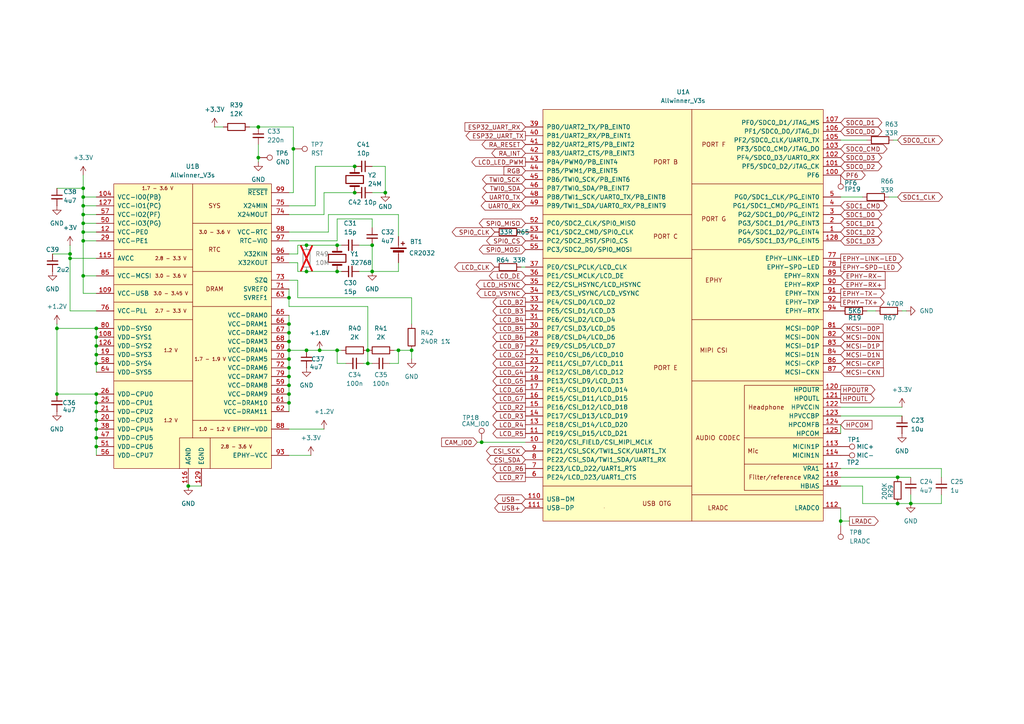
<source format=kicad_sch>
(kicad_sch (version 20250114) (generator "eeschema") (generator_version "9.0")
  (paper "A4")
  (title_block (title "V3s_Dev_Board") (date "2025/2026") (rev "A") (company "jakub.kmiecik@protonmail.com"))
  (lib_symbols
    (symbol "Allwinner_SiPs:Allwinner_V3s" (pin_names (offset 1.016))
      (property "Reference" "U" (at 0 69.85 0))
      (property "Value" "Allwinner_V3s" (at 0 67.31 0))
      (symbol "Allwinner_V3s_1_1"
        (text "USB OTG" (at -10.16 -53.34 0) (effects (font (size 1.27 1.27))))
        (text "PORT B" (at -7.62 45.72 0) (effects (font (size 1.27 1.27))))
        (text "PORT C" (at -7.62 24.13 0) (effects (font (size 1.27 1.27))))
        (text "PORT E" (at -7.62 -13.97 0) (effects (font (size 1.27 1.27))))
        (text "PORT F" (at 6.35 50.8 0) (effects (font (size 1.27 1.27))))
        (text "PORT G" (at 6.35 29.21 0) (effects (font (size 1.27 1.27))))
        (text "EPHY" (at 6.35 11.43 0) (effects (font (size 1.27 1.27))))
        (text "MIPI CSI" (at 6.35 -8.89 0) (effects (font (size 1.27 1.27))))
        (text "AUDIO CODEC" (at 7.62 -34.29 0) (effects (font (size 1.27 1.27))))
        (text "LRADC" (at 7.62 -54.61 0) (effects (font (size 1.27 1.27))))
        (text "Mic" (at 17.78 -38.1 0) (effects (font (size 1.27 1.27))))
        (text "Headphone" (at 21.59 -25.4 0) (effects (font (size 1.27 1.27))))
        (text "Filter/reference" (at 24.13 -45.72 0) (effects (font (size 1.27 1.27))))
        (pin bidirectional line (at -48.26 55.88 0) (length 5.08) (name "PB0/UART2_TX/PB_EINT0") (number "39"))
        (pin bidirectional line (at -48.26 53.34 0) (length 5.08) (name "PB1/UART2_RX/PB_EINT1") (number "40"))
        (pin bidirectional line (at -48.26 50.8 0) (length 5.08) (name "PB2/UART2_RTS/PB_EINT2") (number "41"))
        (pin bidirectional line (at -48.26 48.26 0) (length 5.08) (name "PB3/UART2_CTS/PB_EINT3") (number "42"))
        (pin bidirectional line (at -48.26 45.72 0) (length 5.08) (name "PB4/PWM0/PB_EINT4") (number "43"))
        (pin bidirectional line (at -48.26 43.18 0) (length 5.08) (name "PB5/PWM1/PB_EINT5") (number "44"))
        (pin bidirectional line (at -48.26 40.64 0) (length 5.08) (name "PB6/TWI0_SCK/PB_EINT6") (number "45"))
        (pin bidirectional line (at -48.26 38.1 0) (length 5.08) (name "PB7/TWI0_SDA/PB_EINT7") (number "46"))
        (pin bidirectional line (at -48.26 35.56 0) (length 5.08) (name "PB8/TWI1_SCK/UART0_TX/PB_EINT8") (number "48"))
        (pin bidirectional line (at -48.26 33.02 0) (length 5.08) (name "PB9/TWI1_SDA/UART0_RX/PB_EINT9") (number "49"))
        (pin bidirectional line (at -48.26 27.94 0) (length 5.08) (name "PC0/SDC2_CLK/SPI0_MISO") (number "52"))
        (pin bidirectional line (at -48.26 25.4 0) (length 5.08) (name "PC1/SDC2_CMD/SPI0_CLK") (number "53"))
        (pin bidirectional line (at -48.26 22.86 0) (length 5.08) (name "PC2/SDC2_RST/SPI0_CS") (number "54"))
        (pin bidirectional line (at -48.26 20.32 0) (length 5.08) (name "PC3/SDC2_D0/SPI0_MOSI") (number "55"))
        (pin bidirectional line (at -48.26 15.24 0) (length 5.08) (name "PE0/CSI_PCLK/LCD_CLK") (number "37"))
        (pin bidirectional line (at -48.26 12.7 0) (length 5.08) (name "PE1/CSI_MCLK/LCD_DE") (number "36"))
        (pin bidirectional line (at -48.26 10.16 0) (length 5.08) (name "PE2/CSI_HSYNC/LCD_HSYNC") (number "35"))
        (pin bidirectional line (at -48.26 7.62 0) (length 5.08) (name "PE3/CSI_VSYNC/LCD_VSYNC") (number "34"))
        (pin bidirectional line (at -48.26 5.08 0) (length 5.08) (name "PE4/CSI_D0/LCD_D2") (number "33"))
        (pin bidirectional line (at -48.26 2.54 0) (length 5.08) (name "PE5/CSI_D1/LCD_D3") (number "32"))
        (pin bidirectional line (at -48.26 0 0) (length 5.08) (name "PE6/CSI_D2/LCD_D4") (number "31"))
        (pin bidirectional line (at -48.26 -2.54 0) (length 5.08) (name "PE7/CSI_D3/LCD_D5") (number "30"))
        (pin bidirectional line (at -48.26 -5.08 0) (length 5.08) (name "PE8/CSI_D4/LCD_D6") (number "28"))
        (pin bidirectional line (at -48.26 -7.62 0) (length 5.08) (name "PE9/CSI_D5/LCD_D7") (number "27"))
        (pin bidirectional line (at -48.26 -10.16 0) (length 5.08) (name "PE10/CSI_D6/LCD_D10") (number "24"))
        (pin bidirectional line (at -48.26 -12.7 0) (length 5.08) (name "PE11/CSI_D7/LCD_D11") (number "23"))
        (pin bidirectional line (at -48.26 -15.24 0) (length 5.08) (name "PE12/CSI_D8/LCD_D12") (number "22"))
        (pin bidirectional line (at -48.26 -17.78 0) (length 5.08) (name "PE13/CSI_D9/LCD_D13") (number "18"))
        (pin bidirectional line (at -48.26 -20.32 0) (length 5.08) (name "PE14/CSI_D10/LCD_D14") (number "17"))
        (pin bidirectional line (at -48.26 -22.86 0) (length 5.08) (name "PE15/CSI_D11/LCD_D15") (number "16"))
        (pin bidirectional line (at -48.26 -25.4 0) (length 5.08) (name "PE16/CSI_D12/LCD_D18") (number "15"))
        (pin bidirectional line (at -48.26 -27.94 0) (length 5.08) (name "PE17/CSI_D13/LCD_D19") (number "14"))
        (pin bidirectional line (at -48.26 -30.48 0) (length 5.08) (name "PE18/CSI_D14/LCD_D20") (number "13"))
        (pin bidirectional line (at -48.26 -33.02 0) (length 5.08) (name "PE19/CSI_D15/LCD_D21") (number "11"))
        (pin bidirectional line (at -48.26 -35.56 0) (length 5.08) (name "PE20/CSI_FIELD/CSI_MIPI_MCLK") (number "10"))
        (pin bidirectional line (at -48.26 -38.1 0) (length 5.08) (name "PE21/CSI_SCK/TWI1_SCK/UART1_TX") (number "9"))
        (pin bidirectional line (at -48.26 -40.64 0) (length 5.08) (name "PE22/CSI_SDA/TWI1_SDA/UART1_RX") (number "8"))
        (pin bidirectional line (at -48.26 -43.18 0) (length 5.08) (name "PE23/LCD_D22/UART1_RTS") (number "7"))
        (pin bidirectional line (at -48.26 -45.72 0) (length 5.08) (name "PE24/LCD_D23/UART1_CTS") (number "6"))
        (pin bidirectional line (at -48.26 -52.07 0) (length 5.08) (name "USB-DM") (number "110"))
        (pin bidirectional line (at -48.26 -54.61 0) (length 5.08) (name "USB-DP") (number "111"))
        (pin bidirectional line (at 43.18 57.15 180) (length 5.08) (name "PF0/SDC0_D1/JTAG_MS") (number "107"))
        (pin bidirectional line (at 43.18 54.61 180) (length 5.08) (name "PF1/SDC0_D0/JTAG_DI") (number "106"))
        (pin bidirectional line (at 43.18 52.07 180) (length 5.08) (name "PF2/SDC0_CLK/UART0_TX") (number "105"))
        (pin bidirectional line (at 43.18 49.53 180) (length 5.08) (name "PF3/SDC0_CMD/JTAG_DO") (number "103"))
        (pin bidirectional line (at 43.18 46.99 180) (length 5.08) (name "PF4/SDC0_D3/UART0_RX") (number "102"))
        (pin bidirectional line (at 43.18 44.45 180) (length 5.08) (name "PF5/SDC0_D2/JTAG_CK") (number "101"))
        (pin bidirectional line (at 43.18 41.91 180) (length 5.08) (name "PF6") (number "100"))
        (pin bidirectional line (at 43.18 35.56 180) (length 5.08) (name "PG0/SDC1_CLK/PG_EINT0") (number "5"))
        (pin bidirectional line (at 43.18 33.02 180) (length 5.08) (name "PG1/SDC1_CMD/PG_EINT1") (number "4"))
        (pin bidirectional line (at 43.18 30.48 180) (length 5.08) (name "PG2/SDC1_D0/PG_EINT2") (number "3"))
        (pin bidirectional line (at 43.18 27.94 180) (length 5.08) (name "PG3/SDC1_D1/PG_EINT3") (number "2"))
        (pin bidirectional line (at 43.18 25.4 180) (length 5.08) (name "PG4/SDC1_D2/PG_EINT4") (number "1"))
        (pin bidirectional line (at 43.18 22.86 180) (length 5.08) (name "PG5/SDC1_D3/PG_EINT5") (number "128"))
        (pin output line (at 43.18 17.78 180) (length 5.08) (name "EPHY-LINK-LED") (number "77"))
        (pin output line (at 43.18 15.24 180) (length 5.08) (name "EPHY-SPD-LED") (number "78"))
        (pin input line (at 43.18 12.7 180) (length 5.08) (name "EPHY-RXN") (number "89"))
        (pin input line (at 43.18 10.16 180) (length 5.08) (name "EPHY-RXP") (number "90"))
        (pin output line (at 43.18 7.62 180) (length 5.08) (name "EPHY-TXN") (number "91"))
        (pin output line (at 43.18 5.08 180) (length 5.08) (name "EPHY-TXP") (number "92"))
        (pin input line (at 43.18 2.54 180) (length 5.08) (name "EPHY-RTX") (number "94"))
        (pin input line (at 43.18 -2.54 180) (length 5.08) (name "MCSI-D0P") (number "81"))
        (pin input line (at 43.18 -5.08 180) (length 5.08) (name "MCSI-D0N") (number "82"))
        (pin input line (at 43.18 -7.62 180) (length 5.08) (name "MCSI-D1P") (number "83"))
        (pin input line (at 43.18 -10.16 180) (length 5.08) (name "MCSI-D1N") (number "84"))
        (pin input line (at 43.18 -12.7 180) (length 5.08) (name "MCSI-CKP") (number "86"))
        (pin input line (at 43.18 -15.24 180) (length 5.08) (name "MCSI-CKN") (number "87"))
        (pin output line (at 43.18 -20.32 180) (length 5.08) (name "HPOUTR") (number "120"))
        (pin output line (at 43.18 -22.86 180) (length 5.08) (name "HPOUTL") (number "121"))
        (pin power_in line (at 43.18 -25.4 180) (length 5.08) (name "HPVCCIN") (number "122"))
        (pin input line (at 43.18 -27.94 180) (length 5.08) (name "HPVCCBP") (number "123"))
        (pin input line (at 43.18 -30.48 180) (length 5.08) (name "HPCOMFB") (number "124"))
        (pin input line (at 43.18 -33.02 180) (length 5.08) (name "HPCOM") (number "125"))
        (pin input line (at 43.18 -36.83 180) (length 5.08) (name "MICIN1P") (number "113"))
        (pin input line (at 43.18 -39.37 180) (length 5.08) (name "MICIN1N") (number "114"))
        (pin input line (at 43.18 -43.18 180) (length 5.08) (name "VRA1") (number "117"))
        (pin input line (at 43.18 -45.72 180) (length 5.08) (name "VRA2") (number "118"))
        (pin input line (at 43.18 -48.26 180) (length 5.08) (name "HBIAS") (number "119"))
        (pin input line (at 43.18 -54.61 180) (length 5.08) (name "LRADC0") (number "112"))
      )
      (symbol "Allwinner_V3s_2_1"
        (text "1.7 - 3.6 V" (at -10.16 39.37 0) (effects (font (size 0.9906 0.9906))))
        (text "2.8 - 3.3 V" (at -6.35 19.05 0) (effects (font (size 0.9906 0.9906))))
        (text "3.0 - 3.6 V" (at -6.35 13.97 0) (effects (font (size 0.9906 0.9906))))
        (text "3.0 - 3.45 V" (at -6.35 8.89 0) (effects (font (size 0.9906 0.9906))))
        (text "2.7 - 3.3 V" (at -6.35 3.81 0) (effects (font (size 0.9906 0.9906))))
        (text "1.2 V" (at -6.35 -7.62 0) (effects (font (size 0.9906 0.9906))))
        (text "1.2 V" (at -6.35 -27.94 0) (effects (font (size 0.9906 0.9906))))
        (text "1.7 - 1.9 V" (at 5.08 -10.16 0) (effects (font (size 0.9906 0.9906))))
        (text "SYS" (at 6.35 34.29 0) (effects (font (size 1.27 1.27))))
        (text "3.0 - 3.6 V" (at 6.35 26.67 0) (effects (font (size 0.9906 0.9906))))
        (text "RTC" (at 6.35 21.59 0) (effects (font (size 1.27 1.27))))
        (text "DRAM" (at 6.35 10.16 0) (effects (font (size 1.27 1.27))))
        (text "1.0 - 1.2 V" (at 6.35 -30.48 0) (effects (font (size 0.9906 0.9906))))
        (text "2.8 - 3.6 V" (at 12.7 -35.56 0) (effects (font (size 0.9906 0.9906))))
        (pin power_in line (at -27.94 36.83 0) (length 5.08) (name "VCC-IO0(PB)") (number "104"))
        (pin power_in line (at -27.94 34.29 0) (length 5.08) (name "VCC-IO1(PC)") (number "127"))
        (pin power_in line (at -27.94 31.75 0) (length 5.08) (name "VCC-IO2(PF)") (number "57"))
        (pin power_in line (at -27.94 29.21 0) (length 5.08) (name "VCC-IO3(PG)") (number "50"))
        (pin power_in line (at -27.94 26.67 0) (length 5.08) (name "VCC-PE0") (number "12"))
        (pin power_in line (at -27.94 24.13 0) (length 5.08) (name "VCC-PE1") (number "29"))
        (pin power_in line (at -27.94 19.05 0) (length 5.08) (name "AVCC") (number "115"))
        (pin power_in line (at -27.94 13.97 0) (length 5.08) (name "VCC-MCSI") (number "85"))
        (pin power_in line (at -27.94 8.89 0) (length 5.08) (name "VCC-USB") (number "109"))
        (pin power_in line (at -27.94 3.81 0) (length 5.08) (name "VCC-PLL") (number "76"))
        (pin power_in line (at -27.94 -1.27 0) (length 5.08) (name "VDD-SYS0") (number "80"))
        (pin power_in line (at -27.94 -3.81 0) (length 5.08) (name "VDD-SYS1") (number "108"))
        (pin power_in line (at -27.94 -6.35 0) (length 5.08) (name "VDD-SYS2") (number "126"))
        (pin power_in line (at -27.94 -8.89 0) (length 5.08) (name "VDD-SYS3") (number "19"))
        (pin power_in line (at -27.94 -11.43 0) (length 5.08) (name "VDD-SYS4") (number "58"))
        (pin power_in line (at -27.94 -13.97 0) (length 5.08) (name "VDD-SYS5") (number "64"))
        (pin power_in line (at -27.94 -20.32 0) (length 5.08) (name "VDD-CPU0") (number "26"))
        (pin power_in line (at -27.94 -22.86 0) (length 5.08) (name "VDD-CPU1") (number "25"))
        (pin power_in line (at -27.94 -25.4 0) (length 5.08) (name "VDD-CPU2") (number "21"))
        (pin power_in line (at -27.94 -27.94 0) (length 5.08) (name "VDD-CPU3") (number "20"))
        (pin power_in line (at -27.94 -30.48 0) (length 5.08) (name "VDD-CPU4") (number "38"))
        (pin power_in line (at -27.94 -33.02 0) (length 5.08) (name "VDD-CPU5") (number "47"))
        (pin power_in line (at -27.94 -35.56 0) (length 5.08) (name "VDD-CPU6") (number "51"))
        (pin power_in line (at -27.94 -38.1 0) (length 5.08) (name "VDD-CPU7") (number "56"))
        (pin power_in line (at -1.27 -46.99 90) (length 5.08) (name "AGND") (number "116"))
        (pin power_in line (at 2.54 -46.99 90) (length 5.08) (name "EGND") (number "129"))
        (pin input line (at 27.94 38.1 180) (length 5.08) (name "~{RESET}") (number "99"))
        (pin input line (at 27.94 34.29 180) (length 5.08) (name "X24MIN") (number "75"))
        (pin output line (at 27.94 31.75 180) (length 5.08) (name "X24MOUT") (number "74"))
        (pin power_in line (at 27.94 26.67 180) (length 5.08) (name "VCC-RTC") (number "98"))
        (pin power_out line (at 27.94 24.13 180) (length 5.08) (name "RTC-VIO") (number "97"))
        (pin input line (at 27.94 20.32 180) (length 5.08) (name "X32KIN") (number "96"))
        (pin output line (at 27.94 17.78 180) (length 5.08) (name "X32KOUT") (number "95"))
        (pin input line (at 27.94 12.7 180) (length 5.08) (name "SZQ") (number "73"))
        (pin input line (at 27.94 10.16 180) (length 5.08) (name "SVREF0") (number "71"))
        (pin input line (at 27.94 7.62 180) (length 5.08) (name "SVREF1") (number "63"))
        (pin power_in line (at 27.94 2.54 180) (length 5.08) (name "VCC-DRAM0") (number "65"))
        (pin power_in line (at 27.94 0 180) (length 5.08) (name "VCC-DRAM1") (number "66"))
        (pin power_in line (at 27.94 -2.54 180) (length 5.08) (name "VCC-DRAM2") (number "67"))
        (pin power_in line (at 27.94 -5.08 180) (length 5.08) (name "VCC-DRAM3") (number "68"))
        (pin power_in line (at 27.94 -7.62 180) (length 5.08) (name "VCC-DRAM4") (number "69"))
        (pin power_in line (at 27.94 -10.16 180) (length 5.08) (name "VCC-DRAM5") (number "70"))
        (pin power_in line (at 27.94 -12.7 180) (length 5.08) (name "VCC-DRAM6") (number "72"))
        (pin power_in line (at 27.94 -15.24 180) (length 5.08) (name "VCC-DRAM7") (number "79"))
        (pin power_in line (at 27.94 -17.78 180) (length 5.08) (name "VCC-DRAM8") (number "59"))
        (pin power_in line (at 27.94 -20.32 180) (length 5.08) (name "VCC-DRAM9") (number "60"))
        (pin power_in line (at 27.94 -22.86 180) (length 5.08) (name "VCC-DRAM10") (number "61"))
        (pin power_in line (at 27.94 -25.4 180) (length 5.08) (name "VCC-DRAM11") (number "62"))
        (pin power_in line (at 27.94 -30.48 180) (length 5.08) (name "EPHY-VDD") (number "88"))
        (pin power_in line (at 27.94 -38.1 180) (length 5.08) (name "EPHY-VCC") (number "93"))
      )
    )
    (symbol "Connector:TestPoint" (pin_numbers (hide yes)) (pin_names (offset 0.762) (hide yes))
      (property "Reference" "TP" (at 0 6.858 0))
      (property "Value" "TestPoint" (at 0 5.08 0))
      (symbol "TestPoint_1_1"
        (pin passive line (at 0 0 90) (length 2.54) (name "1") (number "1"))
      )
    )
    (symbol "Crystal_1" (pin_numbers (hide yes)) (pin_names (offset 1.016) (hide yes))
      (property "Reference" "Y2" (at 1.2701 -3.81 90))
      (property "Value" "24M" (at -1.2699 -3.81 90))
      (symbol "Crystal_1_1_1"
        (pin passive line (at -3.81 0 0) (length 1.27) (name "1") (number "1"))
        (pin passive line (at 3.81 0 180) (length 1.27) (name "2") (number "2"))
      )
    )
    (symbol "Device:Battery_Cell" (pin_numbers (hide yes)) (pin_names (offset 0) (hide yes))
      (property "Reference" "BT1" (at 3.302 3.556 0))
      (property "Value" "CR2032" (at 3.048 0.254 0))
      (symbol "Battery_Cell_1_1"
        (pin power_out line (at 0 5.08 270) (length 2.54) (name "+") (number "1"))
        (pin passive line (at 0 -2.54 90) (length 2.54) (name "-") (number "2"))
      )
    )
    (symbol "Device:C_Small" (pin_numbers (hide yes)) (pin_names (offset 0.254) (hide yes))
      (property "Reference" "C" (at 0.254 1.778 0))
      (property "Value" "C_Small" (at 0.254 -2.032 0))
      (symbol "C_Small_1_1"
        (pin passive line (at 0 2.54 270) (length 2.032) (name "~") (number "1"))
        (pin passive line (at 0 -2.54 90) (length 2.032) (name "~") (number "2"))
      )
    )
    (symbol "Device:Crystal" (pin_numbers (hide yes)) (pin_names (offset 1.016) (hide yes))
      (property "Reference" "Y1" (at 1.2701 -3.81 90))
      (property "Value" "32768" (at -1.2699 -3.81 90))
      (symbol "Crystal_1_1"
        (pin passive line (at -3.81 0 0) (length 1.27) (name "1") (number "1"))
        (pin passive line (at 3.81 0 180) (length 1.27) (name "2") (number "4"))
      )
    )
    (symbol "Device:R" (pin_numbers (hide yes)) (pin_names (offset 0))
      (property "Reference" "R" (at 2.032 0 90))
      (property "Value" "R" (at 0 0 90))
      (symbol "R_1_1"
        (pin passive line (at 0 3.81 270) (length 1.27) (name "~") (number "1"))
        (pin passive line (at 0 -3.81 90) (length 1.27) (name "~") (number "2"))
      )
    )
    (symbol "power:+3.3V" (power) (pin_numbers (hide yes)) (pin_names (offset 0) (hide yes))
      (property "Value" "+3.3V" (at 0 3.556 0))
      (symbol "+3.3V_1_1"
        (pin power_in line (at 0 0 90) (length 0) (name "~") (number "1"))
      )
    )
    (symbol "power:GND" (power) (pin_numbers (hide yes)) (pin_names (offset 0) (hide yes))
      (property "Value" "GND" (at 0 -3.81 0))
      (symbol "GND_1_1"
        (pin power_in line (at 0 0 270) (length 0) (name "~") (number "1"))
      )
    )
  )
  (junction (at 24.13 80.01))
  (junction (at 139.7 128.27))
  (junction (at 83.82 93.98))
  (junction (at 115.57 101.6))
  (junction (at 16.51 95.25))
  (junction (at 83.82 99.06))
  (junction (at 83.82 116.84))
  (junction (at 106.68 105.41))
  (junction (at 24.13 64.77))
  (junction (at 20.32 73.66))
  (junction (at 88.9 71.12))
  (junction (at 27.94 114.3))
  (junction (at 83.82 96.52))
  (junction (at 27.94 121.92))
  (junction (at 24.13 57.15))
  (junction (at 54.61 140.97))
  (junction (at 27.94 105.41))
  (junction (at 85.09 43.18))
  (junction (at 107.95 78.74))
  (junction (at 24.13 67.31))
  (junction (at 27.94 102.87))
  (junction (at 83.82 101.6))
  (junction (at 27.94 124.46))
  (junction (at 111.76 55.88))
  (junction (at 83.82 109.22))
  (junction (at 24.13 54.61))
  (junction (at 102.87 48.26))
  (junction (at 88.9 78.74))
  (junction (at 88.9 101.6))
  (junction (at 27.94 97.79))
  (junction (at 83.82 106.68))
  (junction (at 83.82 86.36))
  (junction (at 27.94 127))
  (junction (at 97.79 78.74))
  (junction (at 27.94 100.33))
  (junction (at 260.35 146.05))
  (junction (at 27.94 119.38))
  (junction (at 83.82 104.14))
  (junction (at 106.68 101.6))
  (junction (at 74.93 36.83))
  (junction (at 264.16 146.05))
  (junction (at 74.93 45.72))
  (junction (at 27.94 116.84))
  (junction (at 102.87 55.88))
  (junction (at 16.51 114.3))
  (junction (at 97.79 101.6))
  (junction (at 243.84 151.13))
  (junction (at 97.79 71.12))
  (junction (at 24.13 59.69))
  (junction (at 83.82 111.76))
  (junction (at 27.94 129.54))
  (junction (at 92.71 101.6))
  (junction (at 20.32 74.93))
  (junction (at 107.95 71.12))
  (junction (at 27.94 95.25))
  (junction (at 83.82 114.3))
  (junction (at 24.13 62.23))
  (junction (at 260.35 138.43))
  (junction (at 24.13 69.85))
  (junction (at 119.38 101.6))
  (wire (pts (xy 24.13 67.31) (xy 24.13 64.77)))
  (wire (pts (xy 16.51 95.25) (xy 27.94 95.25)))
  (wire (pts (xy 264.16 146.05) (xy 273.05 146.05)))
  (wire (pts (xy 107.95 78.74) (xy 107.95 71.12)))
  (wire (pts (xy 27.94 116.84) (xy 27.94 119.38)))
  (wire (pts (xy 85.09 43.18) (xy 85.09 55.88)))
  (wire (pts (xy 264.16 146.05) (xy 264.16 143.51)))
  (wire (pts (xy 27.94 119.38) (xy 27.94 121.92)))
  (wire (pts (xy 27.94 105.41) (xy 27.94 107.95)))
  (wire (pts (xy 24.13 62.23) (xy 24.13 64.77)))
  (wire (pts (xy 27.94 127) (xy 27.94 129.54)))
  (wire (pts (xy 20.32 73.66) (xy 20.32 74.93)))
  (wire (pts (xy 251.46 40.64) (xy 243.84 40.64)))
  (wire (pts (xy 24.13 69.85) (xy 24.13 67.31)))
  (wire (pts (xy 24.13 69.85) (xy 24.13 80.01)))
  (wire (pts (xy 250.19 140.97) (xy 243.84 140.97)))
  (wire (pts (xy 64.77 36.83) (xy 62.23 36.83)))
  (wire (pts (xy 151.13 67.31) (xy 152.4 67.31)))
  (wire (pts (xy 83.82 109.22) (xy 83.82 106.68)))
  (wire (pts (xy 91.44 59.69) (xy 83.82 59.69)))
  (wire (pts (xy 83.82 116.84) (xy 83.82 114.3)))
  (wire (pts (xy 74.93 41.91) (xy 74.93 45.72)))
  (wire (pts (xy 85.09 55.88) (xy 83.82 55.88)))
  (wire (pts (xy 88.9 101.6) (xy 92.71 101.6)))
  (wire (pts (xy 27.94 62.23) (xy 24.13 62.23)))
  (wire (pts (xy 20.32 90.17) (xy 27.94 90.17)))
  (wire (pts (xy 111.76 55.88) (xy 111.76 48.26)))
  (wire (pts (xy 92.71 101.6) (xy 97.79 101.6)))
  (wire (pts (xy 95.25 62.23) (xy 115.57 62.23)))
  (wire (pts (xy 243.84 138.43) (xy 260.35 138.43)))
  (wire (pts (xy 27.94 69.85) (xy 24.13 69.85)))
  (wire (pts (xy 27.94 85.09) (xy 24.13 85.09)))
  (wire (pts (xy 119.38 101.6) (xy 115.57 101.6)))
  (wire (pts (xy 24.13 85.09) (xy 24.13 80.01)))
  (wire (pts (xy 20.32 71.12) (xy 20.32 73.66)))
  (wire (pts (xy 24.13 59.69) (xy 27.94 59.69)))
  (wire (pts (xy 27.94 121.92) (xy 27.94 124.46)))
  (wire (pts (xy 260.35 40.64) (xy 259.08 40.64)))
  (wire (pts (xy 24.13 64.77) (xy 27.94 64.77)))
  (wire (pts (xy 107.95 55.88) (xy 111.76 55.88)))
  (wire (pts (xy 273.05 138.43) (xy 273.05 135.89)))
  (wire (pts (xy 86.36 78.74) (xy 88.9 78.74)))
  (wire (pts (xy 115.57 76.2) (xy 115.57 78.74)))
  (wire (pts (xy 243.84 123.19) (xy 243.84 125.73)))
  (wire (pts (xy 20.32 74.93) (xy 20.32 90.17)))
  (wire (pts (xy 27.94 129.54) (xy 27.94 132.08)))
  (wire (pts (xy 111.76 48.26) (xy 107.95 48.26)))
  (wire (pts (xy 83.82 73.66) (xy 86.36 73.66)))
  (wire (pts (xy 27.94 124.46) (xy 27.94 127)))
  (wire (pts (xy 97.79 69.85) (xy 97.79 63.5)))
  (wire (pts (xy 97.79 101.6) (xy 99.06 101.6)))
  (wire (pts (xy 27.94 114.3) (xy 16.51 114.3)))
  (wire (pts (xy 83.82 99.06) (xy 83.82 96.52)))
  (wire (pts (xy 115.57 105.41) (xy 115.57 101.6)))
  (wire (pts (xy 74.93 45.72) (xy 74.93 46.99)))
  (wire (pts (xy 250.19 57.15) (xy 243.84 57.15)))
  (wire (pts (xy 83.82 81.28) (xy 86.36 81.28)))
  (wire (pts (xy 86.36 78.74) (xy 86.36 76.2)))
  (wire (pts (xy 24.13 54.61) (xy 24.13 50.8)))
  (wire (pts (xy 88.9 78.74) (xy 97.79 78.74)))
  (wire (pts (xy 83.82 67.31) (xy 95.25 67.31)))
  (wire (pts (xy 119.38 86.36) (xy 119.38 93.98)))
  (wire (pts (xy 95.25 67.31) (xy 95.25 62.23)))
  (wire (pts (xy 83.82 62.23) (xy 93.98 62.23)))
  (wire (pts (xy 27.94 114.3) (xy 27.94 116.84)))
  (wire (pts (xy 15.24 73.66) (xy 20.32 73.66)))
  (wire (pts (xy 24.13 57.15) (xy 24.13 59.69)))
  (wire (pts (xy 273.05 135.89) (xy 243.84 135.89)))
  (wire (pts (xy 83.82 104.14) (xy 83.82 101.6)))
  (wire (pts (xy 250.19 146.05) (xy 250.19 140.97)))
  (wire (pts (xy 107.95 63.5) (xy 107.95 66.04)))
  (wire (pts (xy 27.94 100.33) (xy 27.94 102.87)))
  (wire (pts (xy 107.95 71.12) (xy 104.14 71.12)))
  (wire (pts (xy 105.41 105.41) (xy 106.68 105.41)))
  (wire (pts (xy 97.79 105.41) (xy 97.79 101.6)))
  (wire (pts (xy 24.13 57.15) (xy 24.13 54.61)))
  (wire (pts (xy 83.82 106.68) (xy 83.82 104.14)))
  (wire (pts (xy 83.82 114.3) (xy 83.82 111.76)))
  (wire (pts (xy 86.36 86.36) (xy 119.38 86.36)))
  (wire (pts (xy 20.32 74.93) (xy 27.94 74.93)))
  (wire (pts (xy 85.09 36.83) (xy 85.09 43.18)))
  (wire (pts (xy 83.82 88.9) (xy 106.68 88.9)))
  (wire (pts (xy 27.94 95.25) (xy 27.94 97.79)))
  (wire (pts (xy 16.51 93.98) (xy 16.51 95.25)))
  (wire (pts (xy 91.44 48.26) (xy 102.87 48.26)))
  (wire (pts (xy 115.57 101.6) (xy 114.3 101.6)))
  (wire (pts (xy 83.82 88.9) (xy 83.82 86.36)))
  (wire (pts (xy 151.13 77.47) (xy 152.4 77.47)))
  (wire (pts (xy 83.82 101.6) (xy 88.9 101.6)))
  (wire (pts (xy 24.13 62.23) (xy 24.13 59.69)))
  (wire (pts (xy 106.68 105.41) (xy 107.95 105.41)))
  (wire (pts (xy 97.79 78.74) (xy 99.06 78.74)))
  (wire (pts (xy 97.79 63.5) (xy 107.95 63.5)))
  (wire (pts (xy 106.68 101.6) (xy 106.68 105.41)))
  (wire (pts (xy 27.94 80.01) (xy 24.13 80.01)))
  (wire (pts (xy 113.03 105.41) (xy 115.57 105.41)))
  (wire (pts (xy 72.39 36.83) (xy 74.93 36.83)))
  (wire (pts (xy 83.82 93.98) (xy 83.82 91.44)))
  (wire (pts (xy 246.38 151.13) (xy 243.84 151.13)))
  (wire (pts (xy 97.79 71.12) (xy 99.06 71.12)))
  (wire (pts (xy 254 90.17) (xy 251.46 90.17)))
  (wire (pts (xy 88.9 71.12) (xy 97.79 71.12)))
  (wire (pts (xy 27.94 97.79) (xy 27.94 100.33)))
  (wire (pts (xy 243.84 152.4) (xy 243.84 151.13)))
  (wire (pts (xy 260.35 57.15) (xy 257.81 57.15)))
  (wire (pts (xy 27.94 57.15) (xy 24.13 57.15)))
  (wire (pts (xy 243.84 118.11) (xy 261.62 118.11)))
  (wire (pts (xy 115.57 62.23) (xy 115.57 68.58)))
  (wire (pts (xy 83.82 132.08) (xy 90.17 132.08)))
  (wire (pts (xy 93.98 62.23) (xy 93.98 55.88)))
  (wire (pts (xy 93.98 55.88) (xy 102.87 55.88)))
  (wire (pts (xy 86.36 81.28) (xy 86.36 86.36)))
  (wire (pts (xy 16.51 54.61) (xy 24.13 54.61)))
  (wire (pts (xy 138.43 128.27) (xy 139.7 128.27)))
  (wire (pts (xy 106.68 88.9) (xy 106.68 101.6)))
  (wire (pts (xy 260.35 146.05) (xy 250.19 146.05)))
  (wire (pts (xy 262.89 90.17) (xy 261.62 90.17)))
  (wire (pts (xy 86.36 76.2) (xy 83.82 76.2)))
  (wire (pts (xy 86.36 73.66) (xy 86.36 71.12)))
  (wire (pts (xy 91.44 48.26) (xy 91.44 59.69)))
  (wire (pts (xy 260.35 146.05) (xy 264.16 146.05)))
  (wire (pts (xy 115.57 78.74) (xy 107.95 78.74)))
  (wire (pts (xy 139.7 128.27) (xy 152.4 128.27)))
  (wire (pts (xy 83.82 101.6) (xy 83.82 99.06)))
  (wire (pts (xy 54.61 140.97) (xy 58.42 140.97)))
  (wire (pts (xy 16.51 114.3) (xy 16.51 95.25)))
  (wire (pts (xy 83.82 119.38) (xy 83.82 116.84)))
  (wire (pts (xy 273.05 146.05) (xy 273.05 143.51)))
  (wire (pts (xy 261.62 120.65) (xy 243.84 120.65)))
  (wire (pts (xy 119.38 104.14) (xy 119.38 101.6)))
  (wire (pts (xy 85.09 36.83) (xy 74.93 36.83)))
  (wire (pts (xy 83.82 83.82) (xy 83.82 86.36)))
  (wire (pts (xy 83.82 111.76) (xy 83.82 109.22)))
  (wire (pts (xy 260.35 138.43) (xy 264.16 138.43)))
  (wire (pts (xy 27.94 67.31) (xy 24.13 67.31)))
  (wire (pts (xy 243.84 151.13) (xy 243.84 147.32)))
  (wire (pts (xy 83.82 69.85) (xy 97.79 69.85)))
  (wire (pts (xy 104.14 78.74) (xy 107.95 78.74)))
  (wire (pts (xy 83.82 96.52) (xy 83.82 93.98)))
  (wire (pts (xy 83.82 124.46) (xy 93.98 124.46)))
  (wire (pts (xy 86.36 71.12) (xy 88.9 71.12)))
  (wire (pts (xy 27.94 102.87) (xy 27.94 105.41)))
  (wire (pts (xy 100.33 105.41) (xy 97.79 105.41)))
  (global_label "LCD_G2" (shape output) (at 152.4 102.87 180) (property "Intersheetrefs" "${INTERSHEET_REFS}" (effects (hide yes))))
  (global_label "LCD_R5" (shape output) (at 152.4 125.73 180) (property "Intersheetrefs" "${INTERSHEET_REFS}" (effects (hide yes))))
  (global_label "MCSI-D0P" (shape input) (at 243.84 95.25 0) (property "Intersheetrefs" "${INTERSHEET_REFS}" (effects (hide yes))))
  (global_label "USB-" (shape bidirectional) (at 152.4 144.78 180) (property "Intersheetrefs" "${INTERSHEET_REFS}" (effects (hide yes))))
  (global_label "ESP32_UART_RX" (shape input) (at 152.4 36.83 180) (property "Intersheetrefs" "${INTERSHEET_REFS}" (effects (hide yes))))
  (global_label "HPCOM" (shape input) (at 243.84 123.19 0) (property "Intersheetrefs" "${INTERSHEET_REFS}" (effects (hide yes))))
  (global_label "LCD_B5" (shape output) (at 152.4 95.25 180) (property "Intersheetrefs" "${INTERSHEET_REFS}" (effects (hide yes))))
  (global_label "LCD_R6" (shape output) (at 152.4 135.89 180) (property "Intersheetrefs" "${INTERSHEET_REFS}" (effects (hide yes))))
  (global_label "CSI_SCK" (shape bidirectional) (at 152.4 130.81 180) (property "Intersheetrefs" "${INTERSHEET_REFS}" (effects (hide yes))))
  (global_label "ESP32_UART_TX" (shape output) (at 152.4 39.37 180) (property "Intersheetrefs" "${INTERSHEET_REFS}" (effects (hide yes))))
  (global_label "RGB" (shape input) (at 152.4 49.53 180) (property "Intersheetrefs" "${INTERSHEET_REFS}" (effects (hide yes))))
  (global_label "SDC0_CLK" (shape bidirectional) (at 260.35 40.64 0) (property "Intersheetrefs" "${INTERSHEET_REFS}" (effects (hide yes))))
  (global_label "LCD_B7" (shape output) (at 152.4 100.33 180) (property "Intersheetrefs" "${INTERSHEET_REFS}" (effects (hide yes))))
  (global_label "UART0_RX" (shape bidirectional) (at 152.4 59.69 180) (property "Intersheetrefs" "${INTERSHEET_REFS}" (effects (hide yes))))
  (global_label "SDC1_CMD" (shape bidirectional) (at 243.84 59.69 0) (property "Intersheetrefs" "${INTERSHEET_REFS}" (effects (hide yes))))
  (global_label "MCSI-CKN" (shape input) (at 243.84 107.95 0) (property "Intersheetrefs" "${INTERSHEET_REFS}" (effects (hide yes))))
  (global_label "HPOUTR" (shape output) (at 243.84 113.03 0) (property "Intersheetrefs" "${INTERSHEET_REFS}" (effects (hide yes))))
  (global_label "EPHY-LINK-LED" (shape output) (at 243.84 74.93 0) (property "Intersheetrefs" "${INTERSHEET_REFS}" (effects (hide yes))))
  (global_label "LCD_DE" (shape bidirectional) (at 152.4 80.01 180) (property "Intersheetrefs" "${INTERSHEET_REFS}" (effects (hide yes))))
  (global_label "USB+" (shape bidirectional) (at 152.4 147.32 180) (property "Intersheetrefs" "${INTERSHEET_REFS}" (effects (hide yes))))
  (global_label "CSI_SDA" (shape bidirectional) (at 152.4 133.35 180) (property "Intersheetrefs" "${INTERSHEET_REFS}" (effects (hide yes))))
  (global_label "SDC0_D2" (shape bidirectional) (at 243.84 48.26 0) (property "Intersheetrefs" "${INTERSHEET_REFS}" (effects (hide yes))))
  (global_label "RA_RESET" (shape bidirectional) (at 152.4 41.91 180) (property "Intersheetrefs" "${INTERSHEET_REFS}" (effects (hide yes))))
  (global_label "LCD_LED_PWM" (shape output) (at 152.4 46.99 180) (property "Intersheetrefs" "${INTERSHEET_REFS}" (effects (hide yes))))
  (global_label "EPHY-TX-" (shape output) (at 243.84 85.09 0) (property "Intersheetrefs" "${INTERSHEET_REFS}" (effects (hide yes))))
  (global_label "SDC1_CLK" (shape bidirectional) (at 260.35 57.15 0) (property "Intersheetrefs" "${INTERSHEET_REFS}" (effects (hide yes))))
  (global_label "EPHY-TX+" (shape output) (at 243.84 87.63 0) (property "Intersheetrefs" "${INTERSHEET_REFS}" (effects (hide yes))))
  (global_label "SDC1_D3" (shape bidirectional) (at 243.84 69.85 0) (property "Intersheetrefs" "${INTERSHEET_REFS}" (effects (hide yes))))
  (global_label "SDC0_D3" (shape bidirectional) (at 243.84 45.72 0) (property "Intersheetrefs" "${INTERSHEET_REFS}" (effects (hide yes))))
  (global_label "EPHY-RX+" (shape input) (at 243.84 82.55 0) (property "Intersheetrefs" "${INTERSHEET_REFS}" (effects (hide yes))))
  (global_label "LCD_B4" (shape output) (at 152.4 92.71 180) (property "Intersheetrefs" "${INTERSHEET_REFS}" (effects (hide yes))))
  (global_label "LCD_B6" (shape output) (at 152.4 97.79 180) (property "Intersheetrefs" "${INTERSHEET_REFS}" (effects (hide yes))))
  (global_label "LRADC" (shape output) (at 246.38 151.13 0) (property "Intersheetrefs" "${INTERSHEET_REFS}" (effects (hide yes))))
  (global_label "HPOUTL" (shape output) (at 243.84 115.57 0) (property "Intersheetrefs" "${INTERSHEET_REFS}" (effects (hide yes))))
  (global_label "PF6" (shape bidirectional) (at 243.84 50.8 0) (property "Intersheetrefs" "${INTERSHEET_REFS}" (effects (hide yes))))
  (global_label "LCD_B3" (shape output) (at 152.4 90.17 180) (property "Intersheetrefs" "${INTERSHEET_REFS}" (effects (hide yes))))
  (global_label "LCD_VSYNC" (shape bidirectional) (at 152.4 85.09 180) (property "Intersheetrefs" "${INTERSHEET_REFS}" (effects (hide yes))))
  (global_label "LCD_R4" (shape output) (at 152.4 123.19 180) (property "Intersheetrefs" "${INTERSHEET_REFS}" (effects (hide yes))))
  (global_label "LCD_G4" (shape output) (at 152.4 107.95 180) (property "Intersheetrefs" "${INTERSHEET_REFS}" (effects (hide yes))))
  (global_label "LCD_R2" (shape output) (at 152.4 118.11 180) (property "Intersheetrefs" "${INTERSHEET_REFS}" (effects (hide yes))))
  (global_label "SDC0_CMD" (shape bidirectional) (at 243.84 43.18 0) (property "Intersheetrefs" "${INTERSHEET_REFS}" (effects (hide yes))))
  (global_label "MCSI-CKP" (shape input) (at 243.84 105.41 0) (property "Intersheetrefs" "${INTERSHEET_REFS}" (effects (hide yes))))
  (global_label "UART0_TX" (shape bidirectional) (at 152.4 57.15 180) (property "Intersheetrefs" "${INTERSHEET_REFS}" (effects (hide yes))))
  (global_label "RA_INT" (shape bidirectional) (at 152.4 44.45 180) (property "Intersheetrefs" "${INTERSHEET_REFS}" (effects (hide yes))))
  (global_label "SPI0_MOSI" (shape bidirectional) (at 152.4 72.39 180) (property "Intersheetrefs" "${INTERSHEET_REFS}" (effects (hide yes))))
  (global_label "SDC0_D0" (shape bidirectional) (at 243.84 38.1 0) (property "Intersheetrefs" "${INTERSHEET_REFS}" (effects (hide yes))))
  (global_label "LCD_CLK" (shape bidirectional) (at 143.51 77.47 180) (property "Intersheetrefs" "${INTERSHEET_REFS}" (effects (hide yes))))
  (global_label "TWI0_SCK" (shape bidirectional) (at 152.4 52.07 180) (property "Intersheetrefs" "${INTERSHEET_REFS}" (effects (hide yes))))
  (global_label "MCSI-D1P" (shape input) (at 243.84 100.33 0) (property "Intersheetrefs" "${INTERSHEET_REFS}" (effects (hide yes))))
  (global_label "LCD_B2" (shape output) (at 152.4 87.63 180) (property "Intersheetrefs" "${INTERSHEET_REFS}" (effects (hide yes))))
  (global_label "SPI0_CS" (shape bidirectional) (at 152.4 69.85 180) (property "Intersheetrefs" "${INTERSHEET_REFS}" (effects (hide yes))))
  (global_label "SDC0_D1" (shape bidirectional) (at 243.84 35.56 0) (property "Intersheetrefs" "${INTERSHEET_REFS}" (effects (hide yes))))
  (global_label "LCD_G7" (shape output) (at 152.4 115.57 180) (property "Intersheetrefs" "${INTERSHEET_REFS}" (effects (hide yes))))
  (global_label "LCD_HSYNC" (shape bidirectional) (at 152.4 82.55 180) (property "Intersheetrefs" "${INTERSHEET_REFS}" (effects (hide yes))))
  (global_label "SPI0_MISO" (shape bidirectional) (at 152.4 64.77 180) (property "Intersheetrefs" "${INTERSHEET_REFS}" (effects (hide yes))))
  (global_label "EPHY-RX-" (shape input) (at 243.84 80.01 0) (property "Intersheetrefs" "${INTERSHEET_REFS}" (effects (hide yes))))
  (global_label "SDC1_D2" (shape bidirectional) (at 243.84 67.31 0) (property "Intersheetrefs" "${INTERSHEET_REFS}" (effects (hide yes))))
  (global_label "LCD_G6" (shape output) (at 152.4 113.03 180) (property "Intersheetrefs" "${INTERSHEET_REFS}" (effects (hide yes))))
  (global_label "LCD_G3" (shape output) (at 152.4 105.41 180) (property "Intersheetrefs" "${INTERSHEET_REFS}" (effects (hide yes))))
  (global_label "MCSI-D0N" (shape input) (at 243.84 97.79 0) (property "Intersheetrefs" "${INTERSHEET_REFS}" (effects (hide yes))))
  (global_label "SPI0_CLK" (shape bidirectional) (at 143.51 67.31 180) (property "Intersheetrefs" "${INTERSHEET_REFS}" (effects (hide yes))))
  (global_label "MCSI-D1N" (shape input) (at 243.84 102.87 0) (property "Intersheetrefs" "${INTERSHEET_REFS}" (effects (hide yes))))
  (global_label "TWI0_SDA" (shape bidirectional) (at 152.4 54.61 180) (property "Intersheetrefs" "${INTERSHEET_REFS}" (effects (hide yes))))
  (global_label "SDC1_D0" (shape bidirectional) (at 243.84 62.23 0) (property "Intersheetrefs" "${INTERSHEET_REFS}" (effects (hide yes))))
  (global_label "LCD_R7" (shape output) (at 152.4 138.43 180) (property "Intersheetrefs" "${INTERSHEET_REFS}" (effects (hide yes))))
  (global_label "LCD_R3" (shape output) (at 152.4 120.65 180) (property "Intersheetrefs" "${INTERSHEET_REFS}" (effects (hide yes))))
  (global_label "LCD_G5" (shape output) (at 152.4 110.49 180) (property "Intersheetrefs" "${INTERSHEET_REFS}" (effects (hide yes))))
  (global_label "EPHY-SPD-LED" (shape output) (at 243.84 77.47 0) (property "Intersheetrefs" "${INTERSHEET_REFS}" (effects (hide yes))))
  (global_label "CAM_IO0" (shape input) (at 138.43 128.27 180) (property "Intersheetrefs" "${INTERSHEET_REFS}" (effects (hide yes))))
  (global_label "SDC1_D1" (shape bidirectional) (at 243.84 64.77 0) (property "Intersheetrefs" "${INTERSHEET_REFS}" (effects (hide yes))))
  (symbol (lib_id "Device:R") (at 88.9 74.93 180) (unit 1) (dnp yes)
    (property "Reference" "R49" (at 91.44 73.6599 0) (effects (justify right)))
    (property "Value" "10M" (at 91.44 76.1999 0) (effects (justify right)))
    (property "Footprint" "Resistor_SMD:R_0805_2012Metric_Pad1.20x1.40mm_HandSolder" (effects (hide yes)))
    (property "Description" "Resistor" (effects (hide yes)))
  )
  (symbol (lib_id "Connector:TestPoint") (at 243.84 129.54 270) (unit 1)
    (property "Reference" "TP1" (at 245.872 127.508 90) (effects (justify left)))
    (property "Value" "MIC+" (at 248.412 129.54 90) (effects (justify left)))
    (property "Footprint" "TestPoint:TestPoint_Pad_1.0x1.0mm" (effects (hide yes)))
    (property "Description" "test point" (effects (hide yes)))
  )
  (symbol (lib_id "Device:C_Small") (at 16.51 116.84 0) (unit 1)
    (property "Reference" "C36" (at 20.066 116.84 0))
    (property "Value" "4u7" (at 20.066 118.872 0))
    (property "Footprint" "Capacitor_SMD:C_0805_2012Metric_Pad1.18x1.45mm_HandSolder" (effects (hide yes)))
    (property "Description" "Unpolarized capacitor, small symbol" (effects (hide yes)))
  )
  (symbol (lib_id "Device:R") (at 147.32 77.47 90) (unit 1)
    (property "Reference" "R64" (at 145.796 75.438 90))
    (property "Value" "33R" (at 150.622 75.438 90))
    (property "Footprint" "Resistor_SMD:R_0603_1608Metric_Pad0.98x0.95mm_HandSolder" (effects (hide yes)))
    (property "Description" "Resistor" (effects (hide yes)))
  )
  (symbol (lib_name "Crystal_1") (lib_id "Device:Crystal") (at 102.87 52.07 90) (unit 1)
    (property "Reference" "Y2" (at 106.68 50.7999 90) (effects (justify right)))
    (property "Value" "24M" (at 106.68 53.3399 90) (effects (justify right)))
    (property "Footprint" "Crystal:Crystal_HC49-4H_Vertical" (effects (hide yes)))
    (property "Description" "Two pin crystal" (effects (hide yes)))
  )
  (symbol (lib_id "power:+3.3V") (at 92.71 101.6 0) (unit 1)
    (property "Reference" "#PWR080" (effects (hide yes)))
    (property "Value" "+1.8V" (at 92.71 96.52 0))
    (property "Description" "Power symbol creates a global label with name \"+3.3V\"" (effects (hide yes)))
  )
  (symbol (lib_id "power:GND") (at 74.93 46.99 0) (unit 1)
    (property "Reference" "#PWR075" (effects (hide yes)))
    (property "Value" "GND" (at 74.93 52.07 0))
    (property "Description" "Power symbol creates a global label with name \"GND\" , ground" (effects (hide yes)))
  )
  (symbol (lib_id "Connector:TestPoint") (at 243.84 132.08 270) (unit 1)
    (property "Reference" "TP2" (at 245.618 134.112 90) (effects (justify left)))
    (property "Value" "MIC-" (at 248.412 132.08 90) (effects (justify left)))
    (property "Footprint" "TestPoint:TestPoint_Pad_1.0x1.0mm" (effects (hide yes)))
    (property "Description" "test point" (effects (hide yes)))
  )
  (symbol (lib_id "Device:C_Small") (at 102.87 105.41 270) (unit 1)
    (property "Reference" "C34" (at 102.87 108.712 90))
    (property "Value" "100n" (at 102.87 111.252 90))
    (property "Footprint" "Capacitor_SMD:C_0805_2012Metric_Pad1.18x1.45mm_HandSolder" (effects (hide yes)))
    (property "Description" "Unpolarized capacitor, small symbol" (effects (hide yes)))
  )
  (symbol (lib_id "power:GND") (at 261.62 125.73 0) (unit 1)
    (property "Reference" "#PWR054" (effects (hide yes)))
    (property "Value" "GND" (at 261.62 130.81 0))
    (property "Description" "Power symbol creates a global label with name \"GND\" , ground" (effects (hide yes)))
  )
  (symbol (lib_id "Allwinner_SiPs:Allwinner_V3s") (at 55.88 93.98 0) (unit 2)
    (property "Reference" "U1" (at 55.88 48.26 0))
    (property "Value" "Allwinner_V3s" (at 55.88 50.8 0))
    (property "Footprint" "allwinner_SiPs:eLQFP-128_14x14_Pitch0.4mm_EPAD_6.60mm" (effects (hide yes)))
    (property "Datasheet" "https://linux-sunxi.org/images/2/23/Allwinner_V3s_Datasheet_V1.0.pdf" (effects (hide yes)))
    (property "Description" "ARM Cortex-A7 CPU with 64 MB DDR2 RAM in a single package (SiP)" (effects (hide yes)))
  )
  (symbol (lib_id "Allwinner_SiPs:Allwinner_V3s") (at 200.66 92.71 0) (unit 1)
    (property "Reference" "U1" (at 198.12 26.67 0))
    (property "Value" "Allwinner_V3s" (at 198.12 29.21 0))
    (property "Footprint" "allwinner_SiPs:eLQFP-128_14x14_Pitch0.4mm_EPAD_6.60mm" (effects (hide yes)))
    (property "Datasheet" "https://linux-sunxi.org/images/2/23/Allwinner_V3s_Datasheet_V1.0.pdf" (effects (hide yes)))
    (property "Description" "ARM Cortex-A7 CPU with 64 MB DDR2 RAM in a single package (SiP)" (effects (hide yes)))
  )
  (symbol (lib_id "power:GND") (at 119.38 104.14 0) (unit 1)
    (property "Reference" "#PWR083" (effects (hide yes)))
    (property "Value" "GND" (at 119.38 109.22 0))
    (property "Description" "Power symbol creates a global label with name \"GND\" , ground" (effects (hide yes)))
  )
  (symbol (lib_id "Device:R") (at 254 57.15 90) (unit 1)
    (property "Reference" "R66" (at 257.302 52.578 90))
    (property "Value" "33R" (at 257.302 55.118 90))
    (property "Footprint" "Resistor_SMD:R_0603_1608Metric_Pad0.98x0.95mm_HandSolder" (effects (hide yes)))
    (property "Description" "Resistor" (effects (hide yes)))
  )
  (symbol (lib_id "Device:R") (at 102.87 101.6 90) (unit 1)
    (property "Reference" "R40" (at 102.87 95.25 90))
    (property "Value" "2K" (at 102.87 97.79 90))
    (property "Footprint" "Resistor_SMD:R_0805_2012Metric_Pad1.20x1.40mm_HandSolder" (effects (hide yes)))
    (property "Description" "Resistor" (effects (hide yes)))
  )
  (symbol (lib_id "Device:R") (at 110.49 101.6 90) (unit 1)
    (property "Reference" "R41" (at 110.49 95.25 90))
    (property "Value" "2K" (at 110.49 97.79 90))
    (property "Footprint" "Resistor_SMD:R_0805_2012Metric_Pad1.20x1.40mm_HandSolder" (effects (hide yes)))
    (property "Description" "Resistor" (effects (hide yes)))
  )
  (symbol (lib_id "Device:C_Small") (at 16.51 57.15 0) (unit 1)
    (property "Reference" "C38" (at 20.32 55.626 0))
    (property "Value" "4u7" (at 20.32 58.166 0))
    (property "Footprint" "Capacitor_SMD:C_0805_2012Metric_Pad1.18x1.45mm_HandSolder" (effects (hide yes)))
    (property "Description" "Unpolarized capacitor, small symbol" (effects (hide yes)))
  )
  (symbol (lib_id "Device:R") (at 255.27 40.64 90) (unit 1)
    (property "Reference" "R63" (at 258.572 36.068 90))
    (property "Value" "33R" (at 258.572 38.608 90))
    (property "Footprint" "Resistor_SMD:R_0603_1608Metric_Pad0.98x0.95mm_HandSolder" (effects (hide yes)))
    (property "Description" "Resistor" (effects (hide yes)))
  )
  (symbol (lib_id "power:GND") (at 107.95 78.74 0) (unit 1)
    (property "Reference" "#PWR073" (effects (hide yes)))
    (property "Value" "GND" (at 107.95 83.82 0))
    (property "Description" "Power symbol creates a global label with name \"GND\" , ground" (effects (hide yes)))
  )
  (symbol (lib_id "Device:C_Small") (at 101.6 78.74 270) (unit 1)
    (property "Reference" "C30" (at 101.6 82.042 90))
    (property "Value" "15p" (at 101.6 84.582 90))
    (property "Footprint" "Capacitor_SMD:C_0805_2012Metric_Pad1.18x1.45mm_HandSolder" (effects (hide yes)))
    (property "Description" "Unpolarized capacitor, small symbol" (effects (hide yes)))
  )
  (symbol (lib_id "Device:C_Small") (at 101.6 71.12 270) (unit 1)
    (property "Reference" "C31" (at 101.5936 64.77 90))
    (property "Value" "15p" (at 101.5936 67.31 90))
    (property "Footprint" "Capacitor_SMD:C_0805_2012Metric_Pad1.18x1.45mm_HandSolder" (effects (hide yes)))
    (property "Description" "Unpolarized capacitor, small symbol" (effects (hide yes)))
  )
  (symbol (lib_id "Connector:TestPoint") (at 85.09 43.18 270) (unit 1)
    (property "Reference" "TP7" (at 90.17 41.9099 90) (effects (justify left)))
    (property "Value" "RST" (at 90.17 44.4499 90) (effects (justify left)))
    (property "Footprint" "TestPoint:TestPoint_Pad_D1.5mm" (effects (hide yes)))
    (property "Description" "test point" (effects (hide yes)))
  )
  (symbol (lib_id "Device:C_Small") (at 105.41 55.88 270) (unit 1)
    (property "Reference" "C42" (at 102.87 58.674 90))
    (property "Value" "10p" (at 107.442 58.674 90))
    (property "Footprint" "Capacitor_SMD:C_0805_2012Metric_Pad1.18x1.45mm_HandSolder" (effects (hide yes)))
    (property "Description" "Unpolarized capacitor, small symbol" (effects (hide yes)))
  )
  (symbol (lib_id "Connector:TestPoint") (at 74.93 45.72 270) (unit 1)
    (property "Reference" "TP6" (at 80.01 44.4499 90) (effects (justify left)))
    (property "Value" "GND" (at 80.01 46.9899 90) (effects (justify left)))
    (property "Footprint" "TestPoint:TestPoint_Pad_D1.5mm" (effects (hide yes)))
    (property "Description" "test point" (effects (hide yes)))
  )
  (symbol (lib_id "power:GND") (at 54.61 140.97 0) (unit 1)
    (property "Reference" "#PWR082" (effects (hide yes)))
    (property "Value" "GND" (at 54.61 146.05 0))
    (property "Description" "Power symbol creates a global label with name \"GND\" , ground" (effects (hide yes)))
  )
  (symbol (lib_id "power:GND") (at 16.51 119.38 0) (unit 1)
    (property "Reference" "#PWR084" (effects (hide yes)))
    (property "Value" "GND" (at 16.51 124.46 0))
    (property "Description" "Power symbol creates a global label with name \"GND\" , ground" (effects (hide yes)))
  )
  (symbol (lib_id "Device:C_Small") (at 105.41 48.26 270) (unit 1)
    (property "Reference" "C41" (at 105.4036 41.91 90))
    (property "Value" "10p" (at 105.4036 44.45 90))
    (property "Footprint" "Capacitor_SMD:C_0805_2012Metric_Pad1.18x1.45mm_HandSolder" (effects (hide yes)))
    (property "Description" "Unpolarized capacitor, small symbol" (effects (hide yes)))
  )
  (symbol (lib_id "Device:C_Small") (at 273.05 140.97 0) (unit 1)
    (property "Reference" "C25" (at 275.59 139.7062 0) (effects (justify left)))
    (property "Value" "1u" (at 275.59 142.2462 0) (effects (justify left)))
    (property "Footprint" "Capacitor_SMD:C_0805_2012Metric_Pad1.18x1.45mm_HandSolder" (effects (hide yes)))
    (property "Description" "Unpolarized capacitor, small symbol" (effects (hide yes)))
  )
  (symbol (lib_id "Device:R") (at 260.35 142.24 0) (unit 1)
    (property "Reference" "R29" (at 258.318 142.494 90))
    (property "Value" "200K" (at 256.54 142.494 90))
    (property "Footprint" "Resistor_SMD:R_0805_2012Metric_Pad1.20x1.40mm_HandSolder" (effects (hide yes)))
    (property "Description" "Resistor" (effects (hide yes)))
  )
  (symbol (lib_id "Device:C_Small") (at 88.9 104.14 0) (unit 1)
    (property "Reference" "C37" (at 92.202 104.14 0))
    (property "Value" "4u7" (at 91.694 106.426 0))
    (property "Footprint" "Capacitor_SMD:C_0805_2012Metric_Pad1.18x1.45mm_HandSolder" (effects (hide yes)))
    (property "Description" "Unpolarized capacitor, small symbol" (effects (hide yes)))
  )
  (symbol (lib_id "Device:Crystal") (at 97.79 74.93 90) (unit 1)
    (property "Reference" "Y1" (at 101.6 73.6599 90) (effects (justify right)))
    (property "Value" "32768" (at 101.6 76.1999 90) (effects (justify right)))
    (property "Footprint" "Crystal:Crystal_SMD_Abracon_ABS25-4Pin_8.0x3.8mm" (effects (hide yes)))
    (property "Description" "Two pin crystal" (effects (hide yes)))
  )
  (symbol (lib_id "power:+3.3V") (at 20.32 71.12 0) (unit 1)
    (property "Reference" "#PWR077" (effects (hide yes)))
    (property "Value" "+3V" (at 20.32 66.04 0))
    (property "Description" "Power symbol creates a global label with name \"+3.3V\"" (effects (hide yes)))
  )
  (symbol (lib_id "Device:R") (at 119.38 97.79 180) (unit 1)
    (property "Reference" "R42" (at 121.92 96.5199 0) (effects (justify right)))
    (property "Value" "240R 1%" (at 121.92 99.0599 0) (effects (justify right)))
    (property "Footprint" "Resistor_SMD:R_0805_2012Metric_Pad1.20x1.40mm_HandSolder" (effects (hide yes)))
    (property "Description" "Resistor" (effects (hide yes)))
  )
  (symbol (lib_id "Device:C_Small") (at 264.16 140.97 0) (unit 1)
    (property "Reference" "C24" (at 266.7 139.7062 0) (effects (justify left)))
    (property "Value" "4u7" (at 266.7 142.2462 0) (effects (justify left)))
    (property "Footprint" "Capacitor_SMD:C_0805_2012Metric_Pad1.18x1.45mm_HandSolder" (effects (hide yes)))
    (property "Description" "Unpolarized capacitor, small symbol" (effects (hide yes)))
  )
  (symbol (lib_id "power:+3.3V") (at 93.98 124.46 0) (unit 1)
    (property "Reference" "#PWR079" (effects (hide yes)))
    (property "Value" "+1.2V" (at 93.98 119.38 0))
    (property "Description" "Power symbol creates a global label with name \"+3.3V\"" (effects (hide yes)))
  )
  (symbol (lib_id "power:GND") (at 15.24 78.74 0) (unit 1)
    (property "Reference" "#PWR087" (effects (hide yes)))
    (property "Value" "GND" (at 15.24 83.82 0))
    (property "Description" "Power symbol creates a global label with name \"GND\" , ground" (effects (hide yes)))
  )
  (symbol (lib_id "power:GND") (at 264.16 146.05 0) (unit 1)
    (property "Reference" "#PWR055" (effects (hide yes)))
    (property "Value" "GND" (at 264.16 151.13 0))
    (property "Description" "Power symbol creates a global label with name \"GND\" , ground" (effects (hide yes)))
  )
  (symbol (lib_id "Device:C_Small") (at 110.49 105.41 270) (unit 1)
    (property "Reference" "C35" (at 110.49 108.712 90))
    (property "Value" "100n" (at 110.49 111.252 90))
    (property "Footprint" "Capacitor_SMD:C_0805_2012Metric_Pad1.18x1.45mm_HandSolder" (effects (hide yes)))
    (property "Description" "Unpolarized capacitor, small symbol" (effects (hide yes)))
  )
  (symbol (lib_id "Device:C_Small") (at 15.24 76.2 0) (unit 1)
    (property "Reference" "C39" (at 15.24 72.39 0))
    (property "Value" "2u2" (at 18.288 78.232 0))
    (property "Footprint" "Capacitor_SMD:C_0805_2012Metric_Pad1.18x1.45mm_HandSolder" (effects (hide yes)))
    (property "Description" "Unpolarized capacitor, small symbol" (effects (hide yes)))
  )
  (symbol (lib_id "power:+3.3V") (at 24.13 50.8 0) (unit 1)
    (property "Reference" "#PWR076" (effects (hide yes)))
    (property "Value" "+3.3V" (at 24.13 45.72 0))
    (property "Description" "Power symbol creates a global label with name \"+3.3V\"" (effects (hide yes)))
  )
  (symbol (lib_id "power:GND") (at 111.76 55.88 0) (unit 1)
    (property "Reference" "#PWR098" (effects (hide yes)))
    (property "Value" "GND" (at 111.76 59.944 0))
    (property "Description" "Power symbol creates a global label with name \"GND\" , ground" (effects (hide yes)))
  )
  (symbol (lib_id "power:+3.3V") (at 261.62 118.11 0) (unit 1)
    (property "Reference" "#PWR053" (effects (hide yes)))
    (property "Value" "+3.3V" (at 261.62 113.03 0))
    (property "Description" "Power symbol creates a global label with name \"+3.3V\"" (effects (hide yes)))
  )
  (symbol (lib_id "power:+3.3V") (at 62.23 36.83 0) (unit 1)
    (property "Reference" "#PWR074" (effects (hide yes)))
    (property "Value" "+3.3V" (at 62.23 31.75 0))
    (property "Description" "Power symbol creates a global label with name \"+3.3V\"" (effects (hide yes)))
  )
  (symbol (lib_id "power:GND") (at 262.89 90.17 90) (unit 1)
    (property "Reference" "#PWR038" (effects (hide yes)))
    (property "Value" "GND" (at 266.7 90.1699 90) (effects (justify right)))
    (property "Description" "Power symbol creates a global label with name \"GND\" , ground" (effects (hide yes)))
  )
  (symbol (lib_id "power:GND") (at 16.51 59.69 0) (unit 1)
    (property "Reference" "#PWR086" (effects (hide yes)))
    (property "Value" "GND" (at 16.51 64.77 0))
    (property "Description" "Power symbol creates a global label with name \"GND\" , ground" (effects (hide yes)))
  )
  (symbol (lib_id "Device:R") (at 68.58 36.83 90) (unit 1)
    (property "Reference" "R39" (at 68.58 30.48 90))
    (property "Value" "12K" (at 68.58 33.02 90))
    (property "Footprint" "Resistor_SMD:R_0805_2012Metric_Pad1.20x1.40mm_HandSolder" (effects (hide yes)))
    (property "Description" "Resistor" (effects (hide yes)))
  )
  (symbol (lib_id "power:+3.3V") (at 16.51 93.98 0) (unit 1)
    (property "Reference" "#PWR078" (effects (hide yes)))
    (property "Value" "+1.2V" (at 16.51 88.9 0))
    (property "Description" "Power symbol creates a global label with name \"+3.3V\"" (effects (hide yes)))
  )
  (symbol (lib_id "power:+3.3V") (at 90.17 132.08 0) (unit 1)
    (property "Reference" "#PWR081" (effects (hide yes)))
    (property "Value" "+3.3V" (at 90.17 127 0))
    (property "Description" "Power symbol creates a global label with name \"+3.3V\"" (effects (hide yes)))
  )
  (symbol (lib_id "Connector:TestPoint") (at 243.84 152.4 180) (unit 1)
    (property "Reference" "TP8" (at 246.38 154.4319 0) (effects (justify right)))
    (property "Value" "LRADC" (at 246.38 156.9719 0) (effects (justify right)))
    (property "Footprint" "TestPoint:TestPoint_Pad_D1.0mm" (effects (hide yes)))
    (property "Description" "test point" (effects (hide yes)))
  )
  (symbol (lib_id "Connector:TestPoint") (at 139.7 128.27 0) (unit 1)
    (property "Reference" "TP18" (at 134.112 121.158 0) (effects (justify left)))
    (property "Value" "CAM_IO0" (at 133.858 122.936 0) (effects (justify left)))
    (property "Footprint" "TestPoint:TestPoint_Pad_D1.0mm" (effects (hide yes)))
    (property "Description" "test point" (effects (hide yes)))
  )
  (symbol (lib_id "Device:C_Small") (at 107.95 68.58 0) (unit 1)
    (property "Reference" "C32" (at 110.49 67.3162 0) (effects (justify left)))
    (property "Value" "4u7" (at 110.49 69.8562 0) (effects (justify left)))
    (property "Footprint" "Capacitor_SMD:C_0805_2012Metric_Pad1.18x1.45mm_HandSolder" (effects (hide yes)))
    (property "Description" "Unpolarized capacitor, small symbol" (effects (hide yes)))
  )
  (symbol (lib_id "Device:Battery_Cell") (at 115.57 73.66 0) (unit 1)
    (property "Reference" "BT1" (at 118.872 70.104 0) (effects (justify left)))
    (property "Value" "CR2032" (at 118.618 73.406 0) (effects (justify left)))
    (property "Footprint" "Battery:BatteryHolder_MYOUNG_BS-07-A1BJ001_CR2032" (effects (hide yes)))
    (property "Description" "Single-cell battery" (effects (hide yes)))
  )
  (symbol (lib_id "Device:R") (at 257.81 90.17 90) (unit 1)
    (property "Reference" "R67" (at 258.064 92.202 90))
    (property "Value" "470R" (at 259.588 88.138 90))
    (property "Footprint" "Resistor_SMD:R_0603_1608Metric_Pad0.98x0.95mm_HandSolder" (effects (hide yes)))
    (property "Description" "Resistor" (effects (hide yes)))
  )
  (symbol (lib_id "power:GND") (at 88.9 106.68 0) (unit 1)
    (property "Reference" "#PWR085" (effects (hide yes)))
    (property "Value" "GND" (at 88.9 111.76 0))
    (property "Description" "Power symbol creates a global label with name \"GND\" , ground" (effects (hide yes)))
  )
  (symbol (lib_id "Device:C_Small") (at 261.62 123.19 0) (unit 1)
    (property "Reference" "C23" (at 264.16 121.9262 0) (effects (justify left)))
    (property "Value" "10u" (at 264.16 124.4662 0) (effects (justify left)))
    (property "Footprint" "Capacitor_SMD:C_0805_2012Metric_Pad1.18x1.45mm_HandSolder" (effects (hide yes)))
    (property "Description" "Unpolarized capacitor, small symbol" (effects (hide yes)))
  )
  (symbol (lib_id "Device:R") (at 147.32 67.31 90) (unit 1)
    (property "Reference" "R65" (at 151.638 67.31 90))
    (property "Value" "33R" (at 146.812 67.31 90))
    (property "Footprint" "Resistor_SMD:R_0603_1608Metric_Pad0.98x0.95mm_HandSolder" (effects (hide yes)))
    (property "Description" "Resistor" (effects (hide yes)))
  )
  (symbol (lib_id "Device:R") (at 247.65 90.17 90) (unit 1)
    (property "Reference" "R19" (at 247.904 92.202 90))
    (property "Value" "5K6" (at 247.904 90.17 90))
    (property "Footprint" "Resistor_SMD:R_0603_1608Metric_Pad0.98x0.95mm_HandSolder" (effects (hide yes)))
    (property "Description" "Resistor" (effects (hide yes)))
  )
  (symbol (lib_id "Device:C_Small") (at 74.93 39.37 0) (unit 1)
    (property "Reference" "C33" (at 77.47 38.1062 0) (effects (justify left)))
    (property "Value" "220n" (at 77.47 40.6462 0) (effects (justify left)))
    (property "Footprint" "Capacitor_SMD:C_0805_2012Metric_Pad1.18x1.45mm_HandSolder" (effects (hide yes)))
    (property "Description" "Unpolarized capacitor, small symbol" (effects (hide yes)))
  )
  (symbol (lib_id "Connector:TestPoint") (at 243.84 50.8 180) (unit 1)
    (property "Reference" "TP19" (at 249.682 54.864 0) (effects (justify left)))
    (property "Value" "PF6" (at 248.666 53.086 0) (effects (justify left)))
    (property "Footprint" "TestPoint:TestPoint_Pad_D1.0mm" (effects (hide yes)))
    (property "Description" "test point" (effects (hide yes)))
  )
)
</source>
